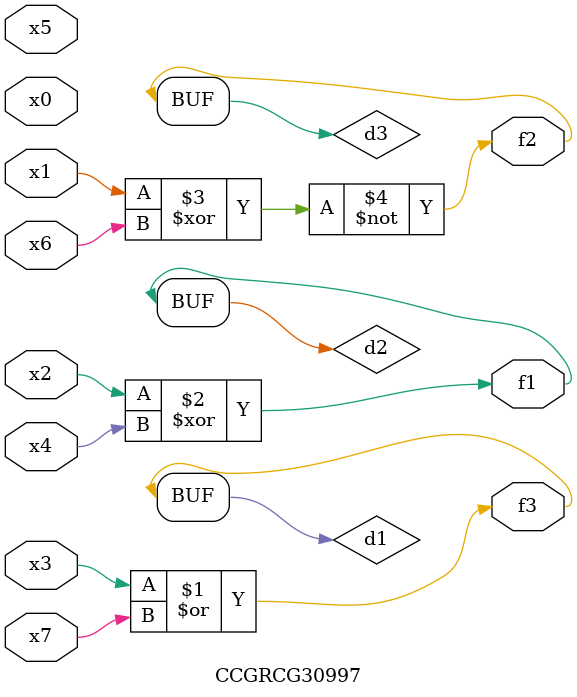
<source format=v>
module CCGRCG30997(
	input x0, x1, x2, x3, x4, x5, x6, x7,
	output f1, f2, f3
);

	wire d1, d2, d3;

	or (d1, x3, x7);
	xor (d2, x2, x4);
	xnor (d3, x1, x6);
	assign f1 = d2;
	assign f2 = d3;
	assign f3 = d1;
endmodule

</source>
